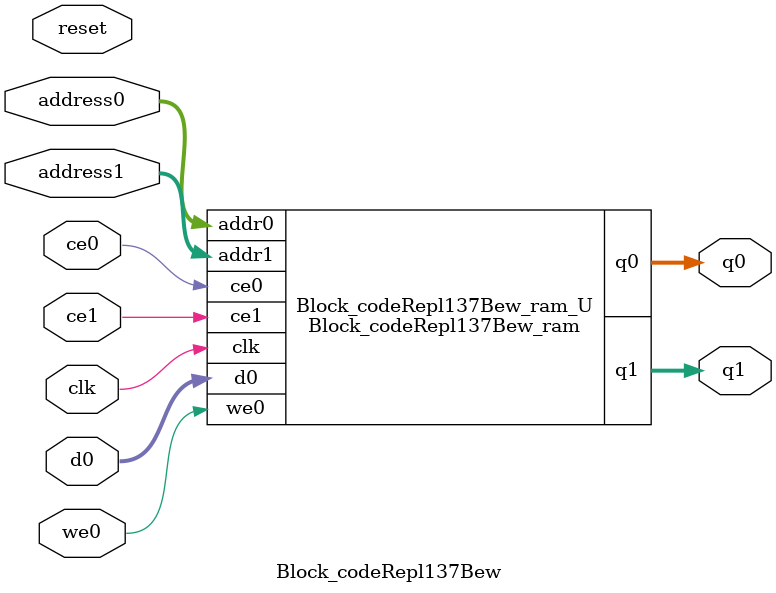
<source format=v>
`timescale 1 ns / 1 ps
module Block_codeRepl137Bew_ram (addr0, ce0, d0, we0, q0, addr1, ce1, q1,  clk);

parameter DWIDTH = 5;
parameter AWIDTH = 6;
parameter MEM_SIZE = 48;

input[AWIDTH-1:0] addr0;
input ce0;
input[DWIDTH-1:0] d0;
input we0;
output reg[DWIDTH-1:0] q0;
input[AWIDTH-1:0] addr1;
input ce1;
output reg[DWIDTH-1:0] q1;
input clk;

(* ram_style = "distributed" *)reg [DWIDTH-1:0] ram[0:MEM_SIZE-1];




always @(posedge clk)  
begin 
    if (ce0) begin
        if (we0) 
            ram[addr0] <= d0; 
        q0 <= ram[addr0];
    end
end


always @(posedge clk)  
begin 
    if (ce1) begin
        q1 <= ram[addr1];
    end
end


endmodule

`timescale 1 ns / 1 ps
module Block_codeRepl137Bew(
    reset,
    clk,
    address0,
    ce0,
    we0,
    d0,
    q0,
    address1,
    ce1,
    q1);

parameter DataWidth = 32'd5;
parameter AddressRange = 32'd48;
parameter AddressWidth = 32'd6;
input reset;
input clk;
input[AddressWidth - 1:0] address0;
input ce0;
input we0;
input[DataWidth - 1:0] d0;
output[DataWidth - 1:0] q0;
input[AddressWidth - 1:0] address1;
input ce1;
output[DataWidth - 1:0] q1;



Block_codeRepl137Bew_ram Block_codeRepl137Bew_ram_U(
    .clk( clk ),
    .addr0( address0 ),
    .ce0( ce0 ),
    .we0( we0 ),
    .d0( d0 ),
    .q0( q0 ),
    .addr1( address1 ),
    .ce1( ce1 ),
    .q1( q1 ));

endmodule


</source>
